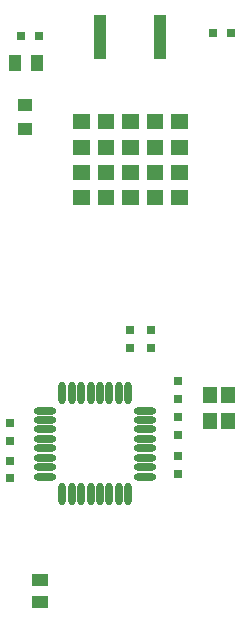
<source format=gtp>
G04*
G04 #@! TF.GenerationSoftware,Altium Limited,Altium Designer,24.1.2 (44)*
G04*
G04 Layer_Color=8421504*
%FSLAX44Y44*%
%MOMM*%
G71*
G04*
G04 #@! TF.SameCoordinates,39C99C51-67B2-4763-82E7-AA0615DA2B54*
G04*
G04*
G04 #@! TF.FilePolarity,Positive*
G04*
G01*
G75*
%ADD17R,1.0200X3.7400*%
%ADD18R,1.0100X1.3800*%
%ADD19R,1.1500X1.4000*%
%ADD20R,0.8000X0.8000*%
%ADD21R,1.3000X1.1000*%
%ADD22R,0.8000X0.8000*%
%ADD23O,0.6000X1.9500*%
%ADD24O,1.9500X0.6000*%
%ADD25R,1.3800X1.0100*%
G36*
X616240Y895020D02*
X602340D01*
Y907820D01*
X616240D01*
Y895020D01*
D02*
G37*
G36*
X595440D02*
X581540D01*
Y907820D01*
X595440D01*
Y895020D01*
D02*
G37*
G36*
X574640D02*
X560740D01*
Y907820D01*
X574640D01*
Y895020D01*
D02*
G37*
G36*
X553840D02*
X539940D01*
Y907820D01*
X553840D01*
Y895020D01*
D02*
G37*
G36*
X533040D02*
X519140D01*
Y907820D01*
X533040D01*
Y895020D01*
D02*
G37*
G36*
X616240Y873620D02*
X602340D01*
Y886420D01*
X616240D01*
Y873620D01*
D02*
G37*
G36*
X595440D02*
X581540D01*
Y886420D01*
X595440D01*
Y873620D01*
D02*
G37*
G36*
X574640D02*
X560740D01*
Y886420D01*
X574640D01*
Y873620D01*
D02*
G37*
G36*
X553840D02*
X539940D01*
Y886420D01*
X553840D01*
Y873620D01*
D02*
G37*
G36*
X533040D02*
X519140D01*
Y886420D01*
X533040D01*
Y873620D01*
D02*
G37*
G36*
X616240Y852220D02*
X602340D01*
Y865020D01*
X616240D01*
Y852220D01*
D02*
G37*
G36*
X595440D02*
X581540D01*
Y865020D01*
X595440D01*
Y852220D01*
D02*
G37*
G36*
X574640D02*
X560740D01*
Y865020D01*
X574640D01*
Y852220D01*
D02*
G37*
G36*
X553840D02*
X539940D01*
Y865020D01*
X553840D01*
Y852220D01*
D02*
G37*
G36*
X533040D02*
X519140D01*
Y865020D01*
X533040D01*
Y852220D01*
D02*
G37*
G36*
X616240Y830820D02*
X602340D01*
Y843620D01*
X616240D01*
Y830820D01*
D02*
G37*
G36*
X595440D02*
X581540D01*
Y843620D01*
X595440D01*
Y830820D01*
D02*
G37*
G36*
X574640D02*
X560740D01*
Y843620D01*
X574640D01*
Y830820D01*
D02*
G37*
G36*
X553840D02*
X539940D01*
Y843620D01*
X553840D01*
Y830820D01*
D02*
G37*
G36*
X533040D02*
X519140D01*
Y843620D01*
X533040D01*
Y830820D01*
D02*
G37*
D17*
X542290Y973420D02*
D03*
X593090D02*
D03*
D18*
X469950Y951230D02*
D03*
X488950D02*
D03*
D19*
X634620Y670130D02*
D03*
Y648130D02*
D03*
X650620D02*
D03*
Y670130D02*
D03*
D20*
X652780Y976630D02*
D03*
X637780D02*
D03*
X490100Y974344D02*
D03*
X475100D02*
D03*
D21*
X478790Y916010D02*
D03*
Y895010D02*
D03*
D22*
X567690Y725050D02*
D03*
Y710050D02*
D03*
X585470Y709930D02*
D03*
Y724930D02*
D03*
X608330Y666990D02*
D03*
Y681990D02*
D03*
Y636270D02*
D03*
Y651270D02*
D03*
X466090Y631310D02*
D03*
Y646310D02*
D03*
X608330Y603490D02*
D03*
Y618490D02*
D03*
X466090Y614560D02*
D03*
Y599560D02*
D03*
D23*
X565890Y586470D02*
D03*
X557890D02*
D03*
X549890D02*
D03*
X541890D02*
D03*
X533890D02*
D03*
X525890D02*
D03*
X517890D02*
D03*
X509890D02*
D03*
Y671470D02*
D03*
X517890D02*
D03*
X525890D02*
D03*
X533890D02*
D03*
X541890D02*
D03*
X549890D02*
D03*
X557890D02*
D03*
X565890D02*
D03*
D24*
X495390Y600970D02*
D03*
Y608970D02*
D03*
Y616970D02*
D03*
Y624970D02*
D03*
Y632970D02*
D03*
Y640970D02*
D03*
Y648970D02*
D03*
Y656970D02*
D03*
X580390D02*
D03*
Y648970D02*
D03*
Y640970D02*
D03*
Y632970D02*
D03*
Y624970D02*
D03*
Y616970D02*
D03*
Y608970D02*
D03*
Y600970D02*
D03*
D25*
X491490Y513690D02*
D03*
Y494690D02*
D03*
M02*

</source>
